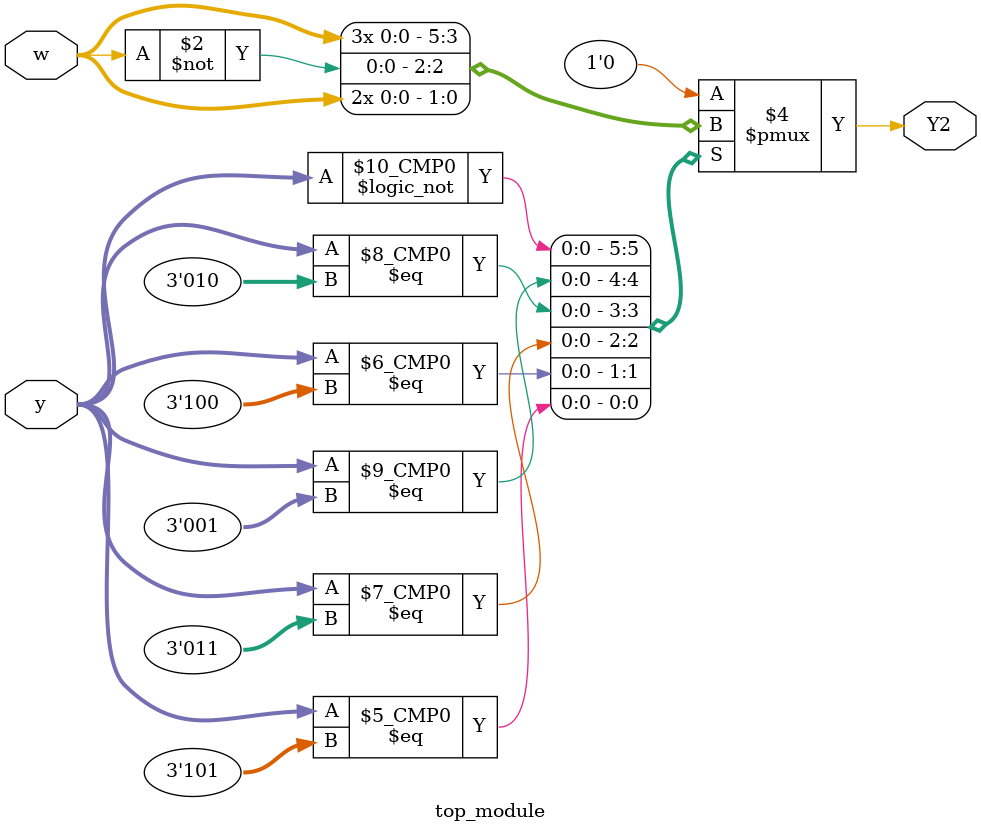
<source format=sv>
module top_module(
	input [3:1] y,
	input w,
	output reg Y2);

	always @(*) begin
		case(y)
			3'b000: Y2 = w;
			3'b001: Y2 = w;
			3'b010: Y2 = w;
			3'b011: Y2 = ~w;
			3'b100: Y2 = w;
			3'b101: Y2 = w;
			default: Y2 = 1'b0;
		endcase
	end
endmodule

</source>
